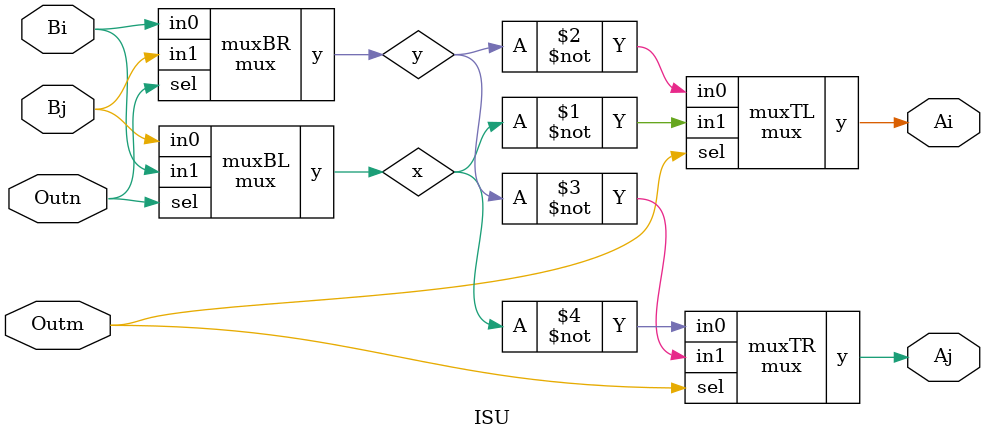
<source format=sv>

`timescale 1ns / 1ps

module trng (Out, A, B, temp, put_seed, seed, clk);
	
	output [15:0] B, temp;
	input put_seed, clk;
    input [15:0] seed;
	output reg [15:0] Out, A;
    wire [15:0] seed;

  
	always@(posedge clk)begin
    	if(put_seed) begin
        	Out <= seed;
        	A <= seed;
    	end
    	else begin
        	Out <= temp;
        	A <=  temp;
    	end
	end

   

	//Chaotic XOR Network
	xor16_1 xor16(B[15],{1'b0,A[14:0]});
	xor16_1 xor15(B[14],{2'b00,A[13:1],1'b0});
	xor16_1 xor14(B[13],{A[15],2'b00,A[12:0]});
	xor16_1 xor13(B[12],{A[15:14],2'b00,A[11:0]});
	xor16_1 xor12(B[11],{A[15:13],2'b00,A[10:0]});
	xor16_1 xor11(B[10],{A[15:12],2'b00,A[9:0]});
	xor16_1 xor10(B[9],{A[15:11],2'b00,A[8:0]});
	xor16_1 xor9(B[8],{A[15:10],2'b00,A[7:0]});
	xor16_1 xor8(B[7],{A[15:09],2'b00,A[6:0]});
	xor16_1 xor7(B[6],{A[15:08],2'b00,A[5:0]});
	xor16_1 xor6(B[5],{A[15:07],2'b00,A[4:0]});
	xor16_1 xor5(B[4],{A[15:06],2'b00,A[3:0]});
	xor16_1 xor4(B[3],{A[15:05],2'b00,A[2:0]});
	xor16_1 xor3(B[2],{A[15:04],2'b00,A[1:0]});
	xor16_1 xor2(B[1],{A[15:03],2'b00,A[0]});
	xor16_1 xor1(B[0],{A[15:02],2'b00});
  
	//ISU Network
	ISU ISU1_2(temp[0],temp[1],B[0],B[1],Out[0],Out[1]);
	ISU ISU3_4(temp[2],temp[3],B[2],B[3],Out[2],Out[3]);
	ISU ISU5_6(temp[4],temp[5],B[4],B[5],Out[4],Out[5]);
	ISU ISU7_8(temp[6],temp[7],B[6],B[7],Out[6],Out[7]);
	ISU ISU9_10(temp[8],temp[9],B[8],B[9],Out[8],Out[9]);
	ISU ISU11_12(temp[10],temp[11],B[10],B[11],Out[10],Out[11]);
	ISU ISU13_14(temp[12],temp[13],B[12],B[13],Out[12],Out[13]);
	ISU ISU15_16(temp[14],temp[15],B[14],B[15],Out[14],Out[15]);	

endmodule



module xor16_1(output out,
    		   input wire [15:0] in);

	xor(out, in[15], in[14], in[13], in[12], in[11], in[10], in[9], in[8], in[7], in[6], in[5], in[4], in[3], in[2], in[1], in[0]);

endmodule


module mux(y, in1, in0, sel);

	output reg y;
	input in1, in0, sel;
	
	always@(in1, in0, sel)
 		case(sel)
 			1'b0: y=in0;
 			1'b1: y=in1;
 		endcase

endmodule


module ISU(Ai, Aj, Bi, Bj, Outm, Outn);

  	output Ai, Aj;
  	input Bi, Bj, Outm, Outn;
  	wire x,y;
  
	mux muxBL(x,Bi,Bj,Outn);
  	mux muxBR(y,Bj,Bi,Outn);
  	mux muxTL(Ai,~x,~y,Outm);
  	mux muxTR(Aj,~y,~x,Outm);

endmodule
</source>
